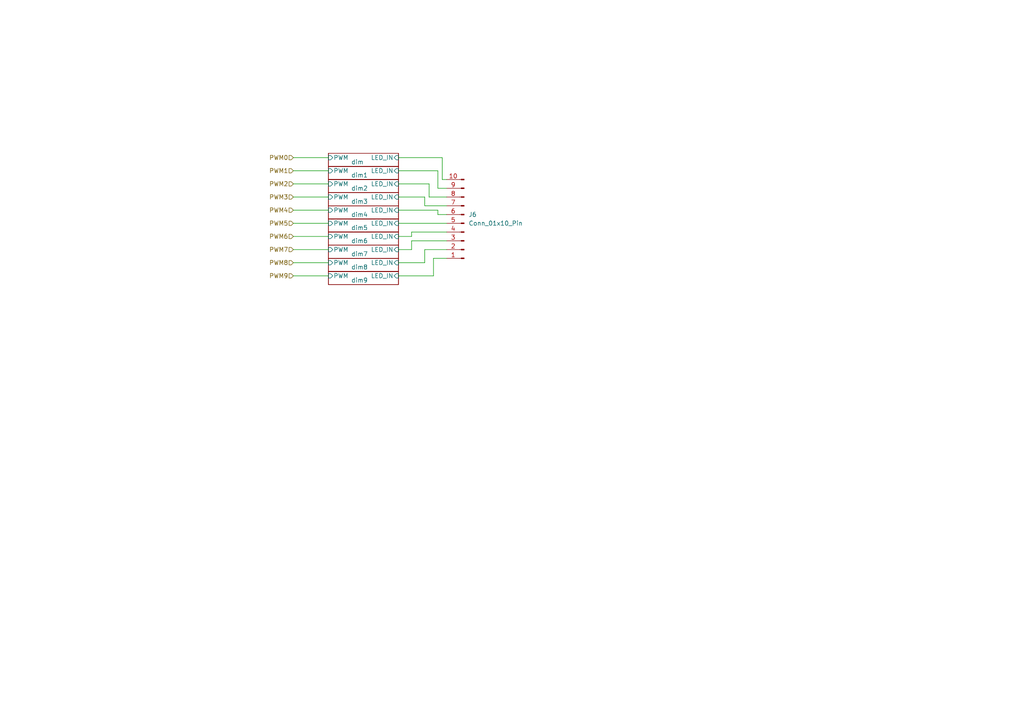
<source format=kicad_sch>
(kicad_sch (version 20231120) (generator "eeschema") (generator_version "8.0")
  (paper "A4")
  (lib_symbols
    (symbol "Connector:Conn_01x10_Pin" (pin_names (offset 1.016) hide)
      (property "Reference" "J" (at 0 12.7 0))
      (property "Value" "Conn_01x10_Pin" (at 0 -15.24 0))
      (symbol "Conn_01x10_Pin_1_1"
        (polyline (pts (xy 1.27 -12.7) (xy 0.8636 -12.7)) (stroke (width 0.1524)))
        (polyline (pts (xy 1.27 -10.16) (xy 0.8636 -10.16)) (stroke (width 0.1524)))
        (polyline (pts (xy 1.27 -7.62) (xy 0.8636 -7.62)) (stroke (width 0.1524)))
        (polyline (pts (xy 1.27 -5.08) (xy 0.8636 -5.08)) (stroke (width 0.1524)))
        (polyline (pts (xy 1.27 -2.54) (xy 0.8636 -2.54)) (stroke (width 0.1524)))
        (polyline (pts (xy 1.27 0) (xy 0.8636 0)) (stroke (width 0.1524)))
        (polyline (pts (xy 1.27 2.54) (xy 0.8636 2.54)) (stroke (width 0.1524)))
        (polyline (pts (xy 1.27 5.08) (xy 0.8636 5.08)) (stroke (width 0.1524)))
        (polyline (pts (xy 1.27 7.62) (xy 0.8636 7.62)) (stroke (width 0.1524)))
        (polyline (pts (xy 1.27 10.16) (xy 0.8636 10.16)) (stroke (width 0.1524)))
        (rectangle (start 0.8636 -12.573) (end 0 -12.827) (stroke (width 0.1524)) (fill (type outline)))
        (rectangle (start 0.8636 -10.033) (end 0 -10.287) (stroke (width 0.1524)) (fill (type outline)))
        (rectangle (start 0.8636 -7.493) (end 0 -7.747) (stroke (width 0.1524)) (fill (type outline)))
        (rectangle (start 0.8636 -4.953) (end 0 -5.207) (stroke (width 0.1524)) (fill (type outline)))
        (rectangle (start 0.8636 -2.413) (end 0 -2.667) (stroke (width 0.1524)) (fill (type outline)))
        (rectangle (start 0.8636 0.127) (end 0 -0.127) (stroke (width 0.1524)) (fill (type outline)))
        (rectangle (start 0.8636 2.667) (end 0 2.413) (stroke (width 0.1524)) (fill (type outline)))
        (rectangle (start 0.8636 5.207) (end 0 4.953) (stroke (width 0.1524)) (fill (type outline)))
        (rectangle (start 0.8636 7.747) (end 0 7.493) (stroke (width 0.1524)) (fill (type outline)))
        (rectangle (start 0.8636 10.287) (end 0 10.033) (stroke (width 0.1524)) (fill (type outline)))
        (pin passive line (at 5.08 10.16 180) (length 3.81) (name "Pin_1") (number "1"))
        (pin passive line (at 5.08 -12.7 180) (length 3.81) (name "Pin_10") (number "10"))
        (pin passive line (at 5.08 7.62 180) (length 3.81) (name "Pin_2") (number "2"))
        (pin passive line (at 5.08 5.08 180) (length 3.81) (name "Pin_3") (number "3"))
        (pin passive line (at 5.08 2.54 180) (length 3.81) (name "Pin_4") (number "4"))
        (pin passive line (at 5.08 0 180) (length 3.81) (name "Pin_5") (number "5"))
        (pin passive line (at 5.08 -2.54 180) (length 3.81) (name "Pin_6") (number "6"))
        (pin passive line (at 5.08 -5.08 180) (length 3.81) (name "Pin_7") (number "7"))
        (pin passive line (at 5.08 -7.62 180) (length 3.81) (name "Pin_8") (number "8"))
        (pin passive line (at 5.08 -10.16 180) (length 3.81) (name "Pin_9") (number "9"))
      )
    )
  )
  (wire (pts (xy 119.38 68.58) (xy 119.38 67.31)))
  (wire (pts (xy 85.09 80.01) (xy 95.25 80.01)))
  (wire (pts (xy 123.19 76.2) (xy 123.19 72.39)))
  (wire (pts (xy 85.09 57.15) (xy 95.25 57.15)))
  (wire (pts (xy 123.19 72.39) (xy 129.54 72.39)))
  (wire (pts (xy 124.46 53.34) (xy 124.46 57.15)))
  (wire (pts (xy 127 54.61) (xy 129.54 54.61)))
  (wire (pts (xy 85.09 68.58) (xy 95.25 68.58)))
  (wire (pts (xy 129.54 52.07) (xy 128.27 52.07)))
  (wire (pts (xy 85.09 45.72) (xy 95.25 45.72)))
  (wire (pts (xy 115.57 68.58) (xy 119.38 68.58)))
  (wire (pts (xy 125.73 80.01) (xy 125.73 74.93)))
  (wire (pts (xy 119.38 67.31) (xy 129.54 67.31)))
  (wire (pts (xy 123.19 57.15) (xy 123.19 59.69)))
  (wire (pts (xy 124.46 57.15) (xy 129.54 57.15)))
  (wire (pts (xy 85.09 72.39) (xy 95.25 72.39)))
  (wire (pts (xy 125.73 74.93) (xy 129.54 74.93)))
  (wire (pts (xy 115.57 64.77) (xy 129.54 64.77)))
  (wire (pts (xy 127 49.53) (xy 127 54.61)))
  (wire (pts (xy 85.09 60.96) (xy 95.25 60.96)))
  (wire (pts (xy 115.57 76.2) (xy 123.19 76.2)))
  (wire (pts (xy 127 60.96) (xy 127 62.23)))
  (wire (pts (xy 85.09 64.77) (xy 95.25 64.77)))
  (wire (pts (xy 85.09 53.34) (xy 95.25 53.34)))
  (wire (pts (xy 85.09 49.53) (xy 95.25 49.53)))
  (wire (pts (xy 128.27 45.72) (xy 115.57 45.72)))
  (wire (pts (xy 115.57 49.53) (xy 127 49.53)))
  (wire (pts (xy 119.38 69.85) (xy 129.54 69.85)))
  (wire (pts (xy 119.38 72.39) (xy 119.38 69.85)))
  (wire (pts (xy 85.09 76.2) (xy 95.25 76.2)))
  (wire (pts (xy 115.57 60.96) (xy 127 60.96)))
  (wire (pts (xy 115.57 57.15) (xy 123.19 57.15)))
  (wire (pts (xy 128.27 52.07) (xy 128.27 45.72)))
  (wire (pts (xy 123.19 59.69) (xy 129.54 59.69)))
  (wire (pts (xy 115.57 80.01) (xy 125.73 80.01)))
  (wire (pts (xy 115.57 53.34) (xy 124.46 53.34)))
  (wire (pts (xy 127 62.23) (xy 129.54 62.23)))
  (wire (pts (xy 115.57 72.39) (xy 119.38 72.39)))
  (hierarchical_label "PWM1" (shape input) (at 85.09 49.53 180))
  (hierarchical_label "PWM0" (shape input) (at 85.09 45.72 180))
  (hierarchical_label "PWM3" (shape input) (at 85.09 57.15 180))
  (hierarchical_label "PWM6" (shape input) (at 85.09 68.58 180))
  (hierarchical_label "PWM7" (shape input) (at 85.09 72.39 180))
  (hierarchical_label "PWM4" (shape input) (at 85.09 60.96 180))
  (hierarchical_label "PWM5" (shape input) (at 85.09 64.77 180))
  (hierarchical_label "PWM2" (shape input) (at 85.09 53.34 180))
  (hierarchical_label "PWM9" (shape input) (at 85.09 80.01 180))
  (hierarchical_label "PWM8" (shape input) (at 85.09 76.2 180))
  (symbol (lib_id "Connector:Conn_01x10_Pin") (at 134.62 64.77 180) (unit 1)
    (property "Reference" "J6" (at 135.89 62.2299 0) (effects (justify right)))
    (property "Value" "Conn_01x10_Pin" (at 135.89 64.7699 0) (effects (justify right)))
    (property "Footprint" "Connector_PinHeader_1.27mm:PinHeader_1x10_P1.27mm_Vertical" (effects (hide yes)))
    (property "Description" "Generic connector, single row, 01x10, script generated" (effects (hide yes)))
    (instances (project "home_auto" (path "" (reference "J6") (unit 1)) (path "" (reference "J4") (unit 1)) (path "" (reference "J5") (unit 1)) (path "" (reference "J2") (unit 1)) (path "" (reference "J8") (unit 1)) (path "" (reference "J7") (unit 1)) (path "" (reference "J3") (unit 1))))
  )
  (sheet (at 95.25 74.93) (size 20.32 3.81) (stroke (width 0.1524))
    (property "Sheetname" "dim8" (at 101.854 78.232 0) (effects (justify left bottom)))
    (property "Sheetfile" "dim.kicad_sch" (effects (hide yes)))
    (pin "LED_IN" input (at 115.57 76.2 0))
    (pin "PWM" input (at 95.25 76.2 180))
  )
  (sheet (at 95.25 52.07) (size 20.32 3.81) (stroke (width 0.1524))
    (property "Sheetname" "dim2" (at 101.854 55.372 0) (effects (justify left bottom)))
    (property "Sheetfile" "dim.kicad_sch" (effects (hide yes)))
    (pin "LED_IN" input (at 115.57 53.34 0))
    (pin "PWM" input (at 95.25 53.34 180))
  )
  (sheet (at 95.25 59.69) (size 20.32 3.81) (stroke (width 0.1524))
    (property "Sheetname" "dim4" (at 101.854 62.992 0) (effects (justify left bottom)))
    (property "Sheetfile" "dim.kicad_sch" (effects (hide yes)))
    (pin "LED_IN" input (at 115.57 60.96 0))
    (pin "PWM" input (at 95.25 60.96 180))
  )
  (sheet (at 95.25 55.88) (size 20.32 3.81) (stroke (width 0.1524))
    (property "Sheetname" "dim3" (at 101.854 59.182 0) (effects (justify left bottom)))
    (property "Sheetfile" "dim.kicad_sch" (effects (hide yes)))
    (pin "LED_IN" input (at 115.57 57.15 0))
    (pin "PWM" input (at 95.25 57.15 180))
  )
  (sheet (at 95.25 48.26) (size 20.32 3.81) (stroke (width 0.1524))
    (property "Sheetname" "dim1" (at 101.854 51.562 0) (effects (justify left bottom)))
    (property "Sheetfile" "dim.kicad_sch" (effects (hide yes)))
    (pin "LED_IN" input (at 115.57 49.53 0))
    (pin "PWM" input (at 95.25 49.53 180))
  )
  (sheet (at 95.25 63.5) (size 20.32 3.81) (stroke (width 0.1524))
    (property "Sheetname" "dim5" (at 101.854 66.802 0) (effects (justify left bottom)))
    (property "Sheetfile" "dim.kicad_sch" (effects (hide yes)))
    (pin "LED_IN" input (at 115.57 64.77 0))
    (pin "PWM" input (at 95.25 64.77 180))
  )
  (sheet (at 95.25 44.45) (size 20.32 3.81) (stroke (width 0.1524))
    (property "Sheetname" "dim" (at 101.854 47.752 0) (effects (justify left bottom)))
    (property "Sheetfile" "dim.kicad_sch" (effects (hide yes)))
    (pin "LED_IN" input (at 115.57 45.72 0))
    (pin "PWM" input (at 95.25 45.72 180))
  )
  (sheet (at 95.25 67.31) (size 20.32 3.81) (stroke (width 0.1524))
    (property "Sheetname" "dim6" (at 101.854 70.612 0) (effects (justify left bottom)))
    (property "Sheetfile" "dim.kicad_sch" (effects (hide yes)))
    (pin "LED_IN" input (at 115.57 68.58 0))
    (pin "PWM" input (at 95.25 68.58 180))
  )
  (sheet (at 95.25 71.12) (size 20.32 3.81) (stroke (width 0.1524))
    (property "Sheetname" "dim7" (at 101.854 74.422 0) (effects (justify left bottom)))
    (property "Sheetfile" "dim.kicad_sch" (effects (hide yes)))
    (pin "LED_IN" input (at 115.57 72.39 0))
    (pin "PWM" input (at 95.25 72.39 180))
  )
  (sheet (at 95.25 78.74) (size 20.32 3.81) (stroke (width 0.1524))
    (property "Sheetname" "dim9" (at 101.854 82.042 0) (effects (justify left bottom)))
    (property "Sheetfile" "dim.kicad_sch" (effects (hide yes)))
    (pin "LED_IN" input (at 115.57 80.01 0))
    (pin "PWM" input (at 95.25 80.01 180))
  )
)
</source>
